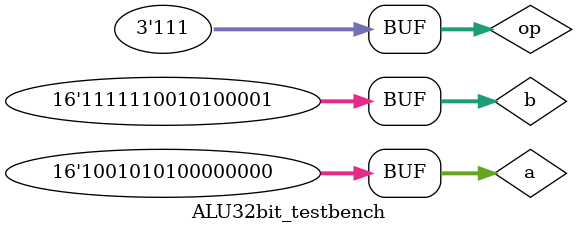
<source format=v>
`define DELAY 20
module ALU32bit_testbench(); 
	reg [15:0] a,b;
	reg [2:0] op;
	wire [15:0] sum;

	ALU32bit g1(a,b,op,sum);
	initial begin
	a = 16'b0000000000000011; b = 16'b0000000000000001; op = 000;
	#`DELAY;
	a = 16'b1111100000000011; b = 16'b1111111111111111; op = 001;
	#`DELAY;
	a = 16'b0000000000000011; b = 16'b0000000000000001; op = 011;
	#`DELAY;
	a = 16'b0000000000000000; b = 16'b0000000000000001; op = 100;
	#`DELAY;
	a = 16'b1001010100000000; b = 16'b1111110010100001; op = 101;
	#`DELAY;
	a = 16'b1001010100000000; b = 16'b1111110010100001; op = 110;
	#`DELAY;
	a = 16'b1001010100000000; b = 16'b1111110010100001; op = 111;
	#`DELAY;
	end
	 
	 
	initial
	begin
	$monitor("time = %2d, a =%16b, b=%16b, op=%3b, sum=%16b", $time, a, b, op, sum);
	end
 
endmodule
</source>
